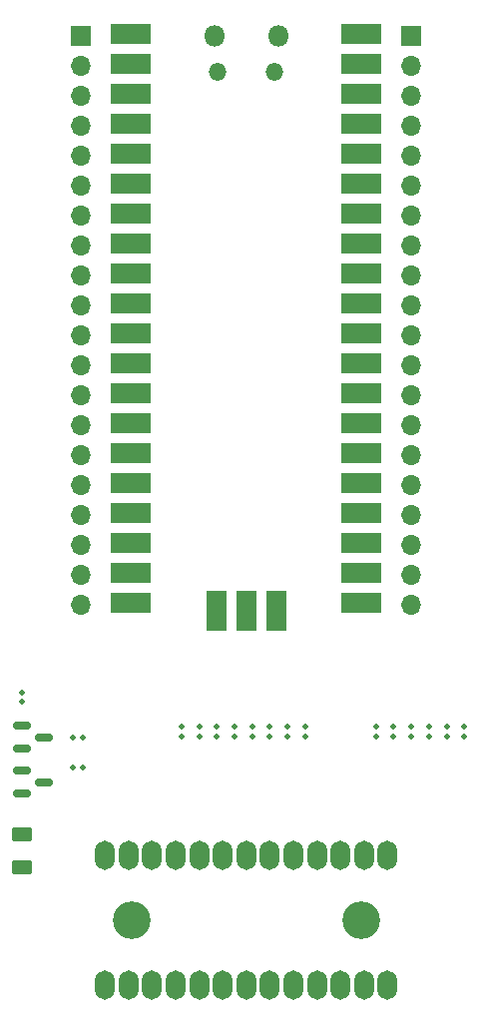
<source format=gbr>
%TF.GenerationSoftware,KiCad,Pcbnew,(6.0.4)*%
%TF.CreationDate,2022-08-11T18:10:45+02:00*%
%TF.ProjectId,mta1-usb-ch552-programmer,6d746131-2d75-4736-922d-63683535322d,rev?*%
%TF.SameCoordinates,Original*%
%TF.FileFunction,Soldermask,Top*%
%TF.FilePolarity,Negative*%
%FSLAX46Y46*%
G04 Gerber Fmt 4.6, Leading zero omitted, Abs format (unit mm)*
G04 Created by KiCad (PCBNEW (6.0.4)) date 2022-08-11 18:10:45*
%MOMM*%
%LPD*%
G01*
G04 APERTURE LIST*
G04 Aperture macros list*
%AMRoundRect*
0 Rectangle with rounded corners*
0 $1 Rounding radius*
0 $2 $3 $4 $5 $6 $7 $8 $9 X,Y pos of 4 corners*
0 Add a 4 corners polygon primitive as box body*
4,1,4,$2,$3,$4,$5,$6,$7,$8,$9,$2,$3,0*
0 Add four circle primitives for the rounded corners*
1,1,$1+$1,$2,$3*
1,1,$1+$1,$4,$5*
1,1,$1+$1,$6,$7*
1,1,$1+$1,$8,$9*
0 Add four rect primitives between the rounded corners*
20,1,$1+$1,$2,$3,$4,$5,0*
20,1,$1+$1,$4,$5,$6,$7,0*
20,1,$1+$1,$6,$7,$8,$9,0*
20,1,$1+$1,$8,$9,$2,$3,0*%
G04 Aperture macros list end*
%ADD10O,1.500000X1.500000*%
%ADD11O,1.800000X1.800000*%
%ADD12R,3.500000X1.700000*%
%ADD13R,1.700000X3.500000*%
%ADD14RoundRect,0.112500X-0.112500X0.112500X-0.112500X-0.112500X0.112500X-0.112500X0.112500X0.112500X0*%
%ADD15R,1.700000X1.700000*%
%ADD16O,1.700000X1.700000*%
%ADD17RoundRect,0.250000X0.625000X-0.375000X0.625000X0.375000X-0.625000X0.375000X-0.625000X-0.375000X0*%
%ADD18RoundRect,0.112500X0.112500X-0.112500X0.112500X0.112500X-0.112500X0.112500X-0.112500X-0.112500X0*%
%ADD19RoundRect,0.150000X-0.587500X-0.150000X0.587500X-0.150000X0.587500X0.150000X-0.587500X0.150000X0*%
%ADD20RoundRect,0.112500X-0.112500X-0.112500X0.112500X-0.112500X0.112500X0.112500X-0.112500X0.112500X0*%
%ADD21C,3.200000*%
%ADD22RoundRect,0.850000X0.000000X-0.400000X0.000000X-0.400000X0.000000X0.400000X0.000000X0.400000X0*%
%ADD23RoundRect,0.112500X0.112500X0.112500X-0.112500X0.112500X-0.112500X-0.112500X0.112500X-0.112500X0*%
G04 APERTURE END LIST*
D10*
%TO.C,U2*%
X142925000Y-54030000D03*
X138075000Y-54030000D03*
D11*
X143225000Y-51000000D03*
X137775000Y-51000000D03*
D12*
X130710000Y-50870000D03*
X130710000Y-53410000D03*
X130710000Y-55950000D03*
X130710000Y-58490000D03*
X130710000Y-61030000D03*
X130710000Y-63570000D03*
X130710000Y-66110000D03*
X130710000Y-68650000D03*
X130710000Y-71190000D03*
X130710000Y-73730000D03*
X130710000Y-76270000D03*
X130710000Y-78810000D03*
X130710000Y-81350000D03*
X130710000Y-83890000D03*
X130710000Y-86430000D03*
X130710000Y-88970000D03*
X130710000Y-91510000D03*
X130710000Y-94050000D03*
X130710000Y-96590000D03*
X130710000Y-99130000D03*
X150290000Y-99130000D03*
X150290000Y-96590000D03*
X150290000Y-94050000D03*
X150290000Y-91510000D03*
X150290000Y-88970000D03*
X150290000Y-86430000D03*
X150290000Y-83890000D03*
X150290000Y-81350000D03*
X150290000Y-78810000D03*
X150290000Y-76270000D03*
X150290000Y-73730000D03*
X150290000Y-71190000D03*
X150290000Y-68650000D03*
X150290000Y-66110000D03*
X150290000Y-63570000D03*
X150290000Y-61030000D03*
X150290000Y-58490000D03*
X150290000Y-55950000D03*
X150290000Y-53410000D03*
X150290000Y-50870000D03*
D13*
X137960000Y-99800000D03*
X140500000Y-99800000D03*
X143040000Y-99800000D03*
%TD*%
D14*
%TO.C,R5*%
X153000000Y-109600000D03*
X153000000Y-110400000D03*
%TD*%
%TO.C,R4*%
X154500000Y-109600000D03*
X154500000Y-110400000D03*
%TD*%
%TO.C,R6*%
X151500000Y-109600000D03*
X151500000Y-110400000D03*
%TD*%
D15*
%TO.C,J2*%
X154500000Y-51000000D03*
D16*
X154500000Y-53540000D03*
X154500000Y-56080000D03*
X154500000Y-58620000D03*
X154500000Y-61160000D03*
X154500000Y-63700000D03*
X154500000Y-66240000D03*
X154500000Y-68780000D03*
X154500000Y-71320000D03*
X154500000Y-73860000D03*
X154500000Y-76400000D03*
X154500000Y-78940000D03*
X154500000Y-81480000D03*
X154500000Y-84020000D03*
X154500000Y-86560000D03*
X154500000Y-89100000D03*
X154500000Y-91640000D03*
X154500000Y-94180000D03*
X154500000Y-96720000D03*
X154500000Y-99260000D03*
%TD*%
D17*
%TO.C,F1*%
X121450000Y-121500000D03*
X121450000Y-118700000D03*
%TD*%
D18*
%TO.C,R12*%
X139500000Y-110400000D03*
X139500000Y-109600000D03*
%TD*%
D15*
%TO.C,J1*%
X126500000Y-51000000D03*
D16*
X126500000Y-53540000D03*
X126500000Y-56080000D03*
X126500000Y-58620000D03*
X126500000Y-61160000D03*
X126500000Y-63700000D03*
X126500000Y-66240000D03*
X126500000Y-68780000D03*
X126500000Y-71320000D03*
X126500000Y-73860000D03*
X126500000Y-76400000D03*
X126500000Y-78940000D03*
X126500000Y-81480000D03*
X126500000Y-84020000D03*
X126500000Y-86560000D03*
X126500000Y-89100000D03*
X126500000Y-91640000D03*
X126500000Y-94180000D03*
X126500000Y-96720000D03*
X126500000Y-99260000D03*
%TD*%
D18*
%TO.C,R14*%
X142500000Y-110400000D03*
X142500000Y-109600000D03*
%TD*%
%TO.C,R11*%
X138000000Y-110400000D03*
X138000000Y-109600000D03*
%TD*%
%TO.C,R13*%
X141000000Y-110400000D03*
X141000000Y-109600000D03*
%TD*%
D19*
%TO.C,Q1*%
X121482500Y-109540000D03*
X121482500Y-111440000D03*
X123357500Y-110490000D03*
%TD*%
D20*
%TO.C,R8*%
X125830000Y-113030000D03*
X126630000Y-113030000D03*
%TD*%
D19*
%TO.C,Q2*%
X121482500Y-113350000D03*
X121482500Y-115250000D03*
X123357500Y-114300000D03*
%TD*%
D18*
%TO.C,R9*%
X135000000Y-110400000D03*
X135000000Y-109600000D03*
%TD*%
%TO.C,R10*%
X136500000Y-110400000D03*
X136500000Y-109600000D03*
%TD*%
D21*
%TO.C,U1*%
X150250000Y-126000000D03*
X130750000Y-126000000D03*
D22*
X128500000Y-131500000D03*
X130500000Y-131500000D03*
X132500000Y-131500000D03*
X134500000Y-131500000D03*
X136500000Y-131500000D03*
X138500000Y-131500000D03*
X140500000Y-131500000D03*
X142500000Y-131500000D03*
X144500000Y-131500000D03*
X146500000Y-131500000D03*
X148500000Y-131500000D03*
X150500000Y-131500000D03*
X152500000Y-131500000D03*
X152500000Y-120500000D03*
X150500000Y-120500000D03*
X148500000Y-120500000D03*
X146500000Y-120500000D03*
X144500000Y-120500000D03*
X142500000Y-120500000D03*
X140500000Y-120500000D03*
X138500000Y-120500000D03*
X136500000Y-120500000D03*
X134500000Y-120500000D03*
X132500000Y-120500000D03*
X130500000Y-120500000D03*
X128500000Y-120500000D03*
%TD*%
D14*
%TO.C,R1*%
X159000000Y-109600000D03*
X159000000Y-110400000D03*
%TD*%
D18*
%TO.C,R16*%
X145500000Y-110400000D03*
X145500000Y-109600000D03*
%TD*%
D14*
%TO.C,R3*%
X156000000Y-109600000D03*
X156000000Y-110400000D03*
%TD*%
%TO.C,R17*%
X121500000Y-106700000D03*
X121500000Y-107500000D03*
%TD*%
D18*
%TO.C,R15*%
X144000000Y-110400000D03*
X144000000Y-109600000D03*
%TD*%
D23*
%TO.C,R7*%
X126630000Y-110490000D03*
X125830000Y-110490000D03*
%TD*%
D14*
%TO.C,R2*%
X157500000Y-109600000D03*
X157500000Y-110400000D03*
%TD*%
M02*

</source>
